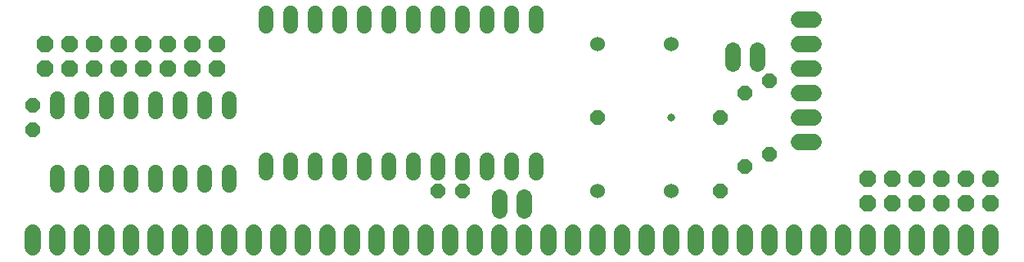
<source format=gbs>
G75*
%MOIN*%
%OFA0B0*%
%FSLAX24Y24*%
%IPPOS*%
%LPD*%
%AMOC8*
5,1,8,0,0,1.08239X$1,22.5*
%
%ADD10C,0.0316*%
%ADD11C,0.0600*%
%ADD12C,0.0680*%
%ADD13OC8,0.0680*%
%ADD14OC8,0.0600*%
%ADD15C,0.0600*%
%ADD16C,0.0640*%
%ADD17OC8,0.0595*%
D10*
X026680Y006180D03*
D11*
X021180Y004440D02*
X021180Y003920D01*
X020180Y003920D02*
X020180Y004440D01*
X019180Y004440D02*
X019180Y003920D01*
X018180Y003920D02*
X018180Y004440D01*
X017180Y004440D02*
X017180Y003920D01*
X016180Y003920D02*
X016180Y004440D01*
X015180Y004440D02*
X015180Y003920D01*
X014180Y003920D02*
X014180Y004440D01*
X013180Y004440D02*
X013180Y003920D01*
X012180Y003920D02*
X012180Y004440D01*
X011180Y004440D02*
X011180Y003920D01*
X010180Y003920D02*
X010180Y004440D01*
X008680Y003940D02*
X008680Y003420D01*
X007680Y003420D02*
X007680Y003940D01*
X006680Y003940D02*
X006680Y003420D01*
X005680Y003420D02*
X005680Y003940D01*
X004680Y003940D02*
X004680Y003420D01*
X003680Y003420D02*
X003680Y003940D01*
X002680Y003940D02*
X002680Y003420D01*
X001680Y003420D02*
X001680Y003940D01*
X001680Y006420D02*
X001680Y006940D01*
X002680Y006940D02*
X002680Y006420D01*
X003680Y006420D02*
X003680Y006940D01*
X004680Y006940D02*
X004680Y006420D01*
X005680Y006420D02*
X005680Y006940D01*
X006680Y006940D02*
X006680Y006420D01*
X007680Y006420D02*
X007680Y006940D01*
X008680Y006940D02*
X008680Y006420D01*
X010180Y009920D02*
X010180Y010440D01*
X011180Y010440D02*
X011180Y009920D01*
X012180Y009920D02*
X012180Y010440D01*
X013180Y010440D02*
X013180Y009920D01*
X014180Y009920D02*
X014180Y010440D01*
X015180Y010440D02*
X015180Y009920D01*
X016180Y009920D02*
X016180Y010440D01*
X017180Y010440D02*
X017180Y009920D01*
X018180Y009920D02*
X018180Y010440D01*
X019180Y010440D02*
X019180Y009920D01*
X020180Y009920D02*
X020180Y010440D01*
X021180Y010440D02*
X021180Y009920D01*
D12*
X000680Y001480D02*
X000680Y000880D01*
X001680Y000880D02*
X001680Y001480D01*
X002680Y001480D02*
X002680Y000880D01*
X003680Y000880D02*
X003680Y001480D01*
X004680Y001480D02*
X004680Y000880D01*
X005680Y000880D02*
X005680Y001480D01*
X006680Y001480D02*
X006680Y000880D01*
X007680Y000880D02*
X007680Y001480D01*
X008680Y001480D02*
X008680Y000880D01*
X009680Y000880D02*
X009680Y001480D01*
X010680Y001480D02*
X010680Y000880D01*
X011680Y000880D02*
X011680Y001480D01*
X012680Y001480D02*
X012680Y000880D01*
X013680Y000880D02*
X013680Y001480D01*
X014680Y001480D02*
X014680Y000880D01*
X015680Y000880D02*
X015680Y001480D01*
X016680Y001480D02*
X016680Y000880D01*
X017680Y000880D02*
X017680Y001480D01*
X018680Y001480D02*
X018680Y000880D01*
X019680Y000880D02*
X019680Y001480D01*
X020680Y001480D02*
X020680Y000880D01*
X021680Y000880D02*
X021680Y001480D01*
X022680Y001480D02*
X022680Y000880D01*
X023680Y000880D02*
X023680Y001480D01*
X024680Y001480D02*
X024680Y000880D01*
X025680Y000880D02*
X025680Y001480D01*
X026680Y001480D02*
X026680Y000880D01*
X027680Y000880D02*
X027680Y001480D01*
X028680Y001480D02*
X028680Y000880D01*
X029680Y000880D02*
X029680Y001480D01*
X030680Y001480D02*
X030680Y000880D01*
X031680Y000880D02*
X031680Y001480D01*
X032680Y001480D02*
X032680Y000880D01*
X033680Y000880D02*
X033680Y001480D01*
X034680Y001480D02*
X034680Y000880D01*
X035680Y000880D02*
X035680Y001480D01*
X036680Y001480D02*
X036680Y000880D01*
X037680Y000880D02*
X037680Y001480D01*
X038680Y001480D02*
X038680Y000880D01*
X039680Y000880D02*
X039680Y001480D01*
X032480Y005180D02*
X031880Y005180D01*
X031880Y006180D02*
X032480Y006180D01*
X032480Y007180D02*
X031880Y007180D01*
X031880Y008180D02*
X032480Y008180D01*
X032480Y009180D02*
X031880Y009180D01*
X031880Y010180D02*
X032480Y010180D01*
D13*
X034680Y003680D03*
X035680Y003680D03*
X036680Y003680D03*
X037680Y003680D03*
X038680Y003680D03*
X039680Y003680D03*
X039680Y002680D03*
X038680Y002680D03*
X037680Y002680D03*
X036680Y002680D03*
X035680Y002680D03*
X034680Y002680D03*
X008180Y008180D03*
X007180Y008180D03*
X006180Y008180D03*
X005180Y008180D03*
X004180Y008180D03*
X003180Y008180D03*
X002180Y008180D03*
X001180Y008180D03*
X001180Y009180D03*
X002180Y009180D03*
X003180Y009180D03*
X004180Y009180D03*
X005180Y009180D03*
X006180Y009180D03*
X007180Y009180D03*
X008180Y009180D03*
D14*
X000680Y006680D03*
X000680Y005680D03*
X017180Y003180D03*
X018180Y003180D03*
X028680Y003180D03*
X029680Y004180D03*
X030680Y004680D03*
X028680Y006180D03*
X029680Y007180D03*
X030680Y007680D03*
D15*
X026680Y009180D03*
X023680Y009180D03*
X023680Y003180D03*
X026680Y003180D03*
D16*
X020680Y002960D02*
X020680Y002400D01*
X019680Y002400D02*
X019680Y002960D01*
X029180Y008400D02*
X029180Y008960D01*
X030180Y008960D02*
X030180Y008400D01*
D17*
X023680Y006180D03*
M02*

</source>
